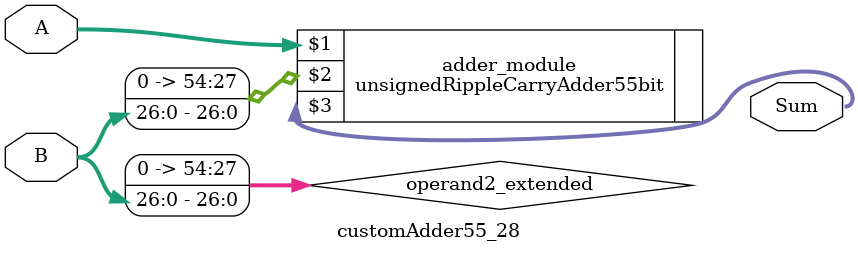
<source format=v>
module customAdder55_28(
                        input [54 : 0] A,
                        input [26 : 0] B,
                        
                        output [55 : 0] Sum
                );

        wire [54 : 0] operand2_extended;
        
        assign operand2_extended =  {28'b0, B};
        
        unsignedRippleCarryAdder55bit adder_module(
            A,
            operand2_extended,
            Sum
        );
        
        endmodule
        
</source>
